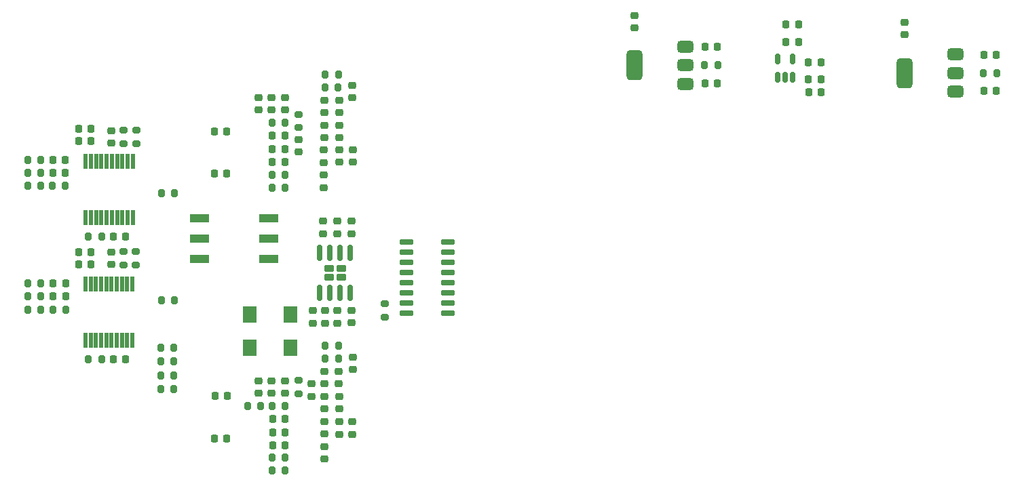
<source format=gbp>
G04 #@! TF.GenerationSoftware,KiCad,Pcbnew,8.0.7*
G04 #@! TF.CreationDate,2025-03-14T10:19:42+01:00*
G04 #@! TF.ProjectId,MISRC_v2.5,4d495352-435f-4763-922e-352e6b696361,3.0*
G04 #@! TF.SameCoordinates,Original*
G04 #@! TF.FileFunction,Paste,Bot*
G04 #@! TF.FilePolarity,Positive*
%FSLAX46Y46*%
G04 Gerber Fmt 4.6, Leading zero omitted, Abs format (unit mm)*
G04 Created by KiCad (PCBNEW 8.0.7) date 2025-03-14 10:19:42*
%MOMM*%
%LPD*%
G01*
G04 APERTURE LIST*
G04 Aperture macros list*
%AMRoundRect*
0 Rectangle with rounded corners*
0 $1 Rounding radius*
0 $2 $3 $4 $5 $6 $7 $8 $9 X,Y pos of 4 corners*
0 Add a 4 corners polygon primitive as box body*
4,1,4,$2,$3,$4,$5,$6,$7,$8,$9,$2,$3,0*
0 Add four circle primitives for the rounded corners*
1,1,$1+$1,$2,$3*
1,1,$1+$1,$4,$5*
1,1,$1+$1,$6,$7*
1,1,$1+$1,$8,$9*
0 Add four rect primitives between the rounded corners*
20,1,$1+$1,$2,$3,$4,$5,0*
20,1,$1+$1,$4,$5,$6,$7,0*
20,1,$1+$1,$6,$7,$8,$9,0*
20,1,$1+$1,$8,$9,$2,$3,0*%
G04 Aperture macros list end*
%ADD10RoundRect,0.225000X-0.225000X-0.250000X0.225000X-0.250000X0.225000X0.250000X-0.225000X0.250000X0*%
%ADD11RoundRect,0.225000X0.225000X0.250000X-0.225000X0.250000X-0.225000X-0.250000X0.225000X-0.250000X0*%
%ADD12RoundRect,0.225000X-0.250000X0.225000X-0.250000X-0.225000X0.250000X-0.225000X0.250000X0.225000X0*%
%ADD13RoundRect,0.225000X0.250000X-0.225000X0.250000X0.225000X-0.250000X0.225000X-0.250000X-0.225000X0*%
%ADD14RoundRect,0.200000X0.200000X0.275000X-0.200000X0.275000X-0.200000X-0.275000X0.200000X-0.275000X0*%
%ADD15RoundRect,0.200000X-0.200000X-0.275000X0.200000X-0.275000X0.200000X0.275000X-0.200000X0.275000X0*%
%ADD16R,1.800000X2.000000*%
%ADD17RoundRect,0.200000X-0.275000X0.200000X-0.275000X-0.200000X0.275000X-0.200000X0.275000X0.200000X0*%
%ADD18RoundRect,0.375000X0.625000X0.375000X-0.625000X0.375000X-0.625000X-0.375000X0.625000X-0.375000X0*%
%ADD19RoundRect,0.500000X0.500000X1.400000X-0.500000X1.400000X-0.500000X-1.400000X0.500000X-1.400000X0*%
%ADD20RoundRect,0.230000X0.375000X-0.230000X0.375000X0.230000X-0.375000X0.230000X-0.375000X-0.230000X0*%
%ADD21RoundRect,0.150000X0.150000X-0.825000X0.150000X0.825000X-0.150000X0.825000X-0.150000X-0.825000X0*%
%ADD22RoundRect,0.200000X0.275000X-0.200000X0.275000X0.200000X-0.275000X0.200000X-0.275000X-0.200000X0*%
%ADD23RoundRect,0.150000X0.150000X-0.512500X0.150000X0.512500X-0.150000X0.512500X-0.150000X-0.512500X0*%
%ADD24R,2.440000X1.120000*%
%ADD25RoundRect,0.150000X-0.725000X-0.150000X0.725000X-0.150000X0.725000X0.150000X-0.725000X0.150000X0*%
%ADD26RoundRect,0.028800X-0.211200X0.921200X-0.211200X-0.921200X0.211200X-0.921200X0.211200X0.921200X0*%
G04 APERTURE END LIST*
D10*
G04 #@! TO.C,C122*
X102075000Y-114700000D03*
X103625000Y-114700000D03*
G04 #@! TD*
D11*
G04 #@! TO.C,C240*
X90925000Y-110125000D03*
X89375000Y-110125000D03*
G04 #@! TD*
D12*
G04 #@! TO.C,C226*
X119225000Y-75900000D03*
X119225000Y-77450000D03*
G04 #@! TD*
D13*
G04 #@! TO.C,C319*
X110775000Y-114350000D03*
X110775000Y-112800000D03*
G04 #@! TD*
G04 #@! TO.C,C221*
X117600000Y-82425000D03*
X117600000Y-80875000D03*
G04 #@! TD*
D14*
G04 #@! TO.C,R235*
X83425000Y-88450000D03*
X81775000Y-88450000D03*
G04 #@! TD*
D10*
G04 #@! TO.C,C20*
X163230000Y-75675000D03*
X164780000Y-75675000D03*
G04 #@! TD*
D11*
G04 #@! TO.C,C230*
X86600000Y-82890000D03*
X85050000Y-82890000D03*
G04 #@! TD*
G04 #@! TO.C,C8*
X174875000Y-68316000D03*
X173325000Y-68316000D03*
G04 #@! TD*
D10*
G04 #@! TO.C,C231*
X81825000Y-85250000D03*
X83375000Y-85250000D03*
G04 #@! TD*
D15*
G04 #@! TO.C,R204*
X109175000Y-80550000D03*
X110825000Y-80550000D03*
G04 #@! TD*
D16*
G04 #@! TO.C,Y1*
X111465000Y-108700000D03*
X106385000Y-108700000D03*
X106385000Y-104500000D03*
X111465000Y-104500000D03*
G04 #@! TD*
D13*
G04 #@! TO.C,C22*
X115800000Y-105603000D03*
X115800000Y-104053000D03*
G04 #@! TD*
D15*
G04 #@! TO.C,R110*
X95300000Y-113825000D03*
X96950000Y-113825000D03*
G04 #@! TD*
D10*
G04 #@! TO.C,C21*
X198025000Y-76600000D03*
X199575000Y-76600000D03*
G04 #@! TD*
D15*
G04 #@! TO.C,R5*
X197975000Y-74350000D03*
X199625000Y-74350000D03*
G04 #@! TD*
D14*
G04 #@! TO.C,R126*
X117475000Y-108425000D03*
X115825000Y-108425000D03*
G04 #@! TD*
D12*
G04 #@! TO.C,C114*
X117525000Y-111650000D03*
X117525000Y-113200000D03*
G04 #@! TD*
D13*
G04 #@! TO.C,C216*
X107475000Y-78975000D03*
X107475000Y-77425000D03*
G04 #@! TD*
D14*
G04 #@! TO.C,R226*
X117475000Y-74550000D03*
X115825000Y-74550000D03*
G04 #@! TD*
D12*
G04 #@! TO.C,C225*
X115675000Y-83975000D03*
X115675000Y-85525000D03*
G04 #@! TD*
D11*
G04 #@! TO.C,C234*
X86600000Y-96700000D03*
X85050000Y-96700000D03*
G04 #@! TD*
D17*
G04 #@! TO.C,R240*
X92175000Y-96675000D03*
X92175000Y-98325000D03*
G04 #@! TD*
D12*
G04 #@! TO.C,C213*
X115700000Y-77775000D03*
X115700000Y-79325000D03*
G04 #@! TD*
D10*
G04 #@! TO.C,C7*
X176150000Y-76745000D03*
X177700000Y-76745000D03*
G04 #@! TD*
D18*
G04 #@! TO.C,Q2*
X194450000Y-72050000D03*
X194450000Y-74350000D03*
D19*
X188150000Y-74350000D03*
D18*
X194450000Y-76650000D03*
G04 #@! TD*
D10*
G04 #@! TO.C,C15*
X198025000Y-72070000D03*
X199575000Y-72070000D03*
G04 #@! TD*
D13*
G04 #@! TO.C,C112*
X117550000Y-119475000D03*
X117550000Y-117925000D03*
G04 #@! TD*
D17*
G04 #@! TO.C,R241*
X90650000Y-96675000D03*
X90650000Y-98325000D03*
G04 #@! TD*
D14*
G04 #@! TO.C,R108*
X96950000Y-112125000D03*
X95300000Y-112125000D03*
G04 #@! TD*
D11*
G04 #@! TO.C,C223*
X103550000Y-86900000D03*
X102000000Y-86900000D03*
G04 #@! TD*
D12*
G04 #@! TO.C,C214*
X117625000Y-77750000D03*
X117625000Y-79300000D03*
G04 #@! TD*
D20*
G04 #@! TO.C,U7*
X116313000Y-99872000D03*
X117813000Y-99872000D03*
X116313000Y-98732000D03*
X117813000Y-98732000D03*
D21*
X118968000Y-101777000D03*
X117698000Y-101777000D03*
X116428000Y-101777000D03*
X115158000Y-101777000D03*
X115158000Y-96827000D03*
X116428000Y-96827000D03*
X117698000Y-96827000D03*
X118968000Y-96827000D03*
G04 #@! TD*
D10*
G04 #@! TO.C,C232*
X81825000Y-86850000D03*
X83375000Y-86850000D03*
G04 #@! TD*
D13*
G04 #@! TO.C,C217*
X115700000Y-82425000D03*
X115700000Y-80875000D03*
G04 #@! TD*
D14*
G04 #@! TO.C,R106*
X96950000Y-110350000D03*
X95300000Y-110350000D03*
G04 #@! TD*
D10*
G04 #@! TO.C,C14*
X163225000Y-71100000D03*
X164775000Y-71100000D03*
G04 #@! TD*
D15*
G04 #@! TO.C,R238*
X78700000Y-100628141D03*
X80350000Y-100628141D03*
G04 #@! TD*
D13*
G04 #@! TO.C,C115*
X107475000Y-114350000D03*
X107475000Y-112800000D03*
G04 #@! TD*
D22*
G04 #@! TO.C,R223*
X112500000Y-81175000D03*
X112500000Y-79525000D03*
G04 #@! TD*
D11*
G04 #@! TO.C,C235*
X86600000Y-98250000D03*
X85050000Y-98250000D03*
G04 #@! TD*
D10*
G04 #@! TO.C,C238*
X81900000Y-102250000D03*
X83450000Y-102250000D03*
G04 #@! TD*
D15*
G04 #@! TO.C,R233*
X78700000Y-86850000D03*
X80350000Y-86850000D03*
G04 #@! TD*
G04 #@! TO.C,R232*
X78700000Y-85250000D03*
X80350000Y-85250000D03*
G04 #@! TD*
D13*
G04 #@! TO.C,C111*
X119175000Y-119475000D03*
X119175000Y-117925000D03*
G04 #@! TD*
D15*
G04 #@! TO.C,R311*
X109175000Y-88650000D03*
X110825000Y-88650000D03*
G04 #@! TD*
D13*
G04 #@! TO.C,C233*
X89125000Y-83100000D03*
X89125000Y-81550000D03*
G04 #@! TD*
D14*
G04 #@! TO.C,R224*
X117450000Y-76150000D03*
X115800000Y-76150000D03*
G04 #@! TD*
G04 #@! TO.C,R237*
X83500000Y-103900000D03*
X81850000Y-103900000D03*
G04 #@! TD*
D12*
G04 #@! TO.C,C224*
X115675000Y-87125000D03*
X115675000Y-88675000D03*
G04 #@! TD*
G04 #@! TO.C,C125*
X115750000Y-117900000D03*
X115750000Y-119450000D03*
G04 #@! TD*
G04 #@! TO.C,C241*
X114275000Y-104050000D03*
X114275000Y-105600000D03*
G04 #@! TD*
D14*
G04 #@! TO.C,R314*
X97015000Y-89360000D03*
X95365000Y-89360000D03*
G04 #@! TD*
G04 #@! TO.C,R312*
X97015000Y-102770000D03*
X95365000Y-102770000D03*
G04 #@! TD*
D11*
G04 #@! TO.C,C204*
X110778000Y-85500000D03*
X109228000Y-85500000D03*
G04 #@! TD*
D18*
G04 #@! TO.C,Q1*
X160750000Y-71100000D03*
X160750000Y-73400000D03*
D19*
X154450000Y-73400000D03*
D18*
X160750000Y-75700000D03*
G04 #@! TD*
D13*
G04 #@! TO.C,C116*
X109125000Y-114350000D03*
X109125000Y-112800000D03*
G04 #@! TD*
D11*
G04 #@! TO.C,C236*
X90925000Y-94750000D03*
X89375000Y-94750000D03*
G04 #@! TD*
D13*
G04 #@! TO.C,C211*
X119275000Y-85500000D03*
X119275000Y-83950000D03*
G04 #@! TD*
D15*
G04 #@! TO.C,R310*
X109200000Y-122425000D03*
X110850000Y-122425000D03*
G04 #@! TD*
D12*
G04 #@! TO.C,C113*
X115750000Y-111650000D03*
X115750000Y-113200000D03*
G04 #@! TD*
D17*
G04 #@! TO.C,R229*
X90675000Y-81500000D03*
X90675000Y-83150000D03*
G04 #@! TD*
D15*
G04 #@! TO.C,R239*
X78700000Y-102250000D03*
X80350000Y-102250000D03*
G04 #@! TD*
D14*
G04 #@! TO.C,R124*
X117467272Y-110000000D03*
X115817272Y-110000000D03*
G04 #@! TD*
D17*
G04 #@! TO.C,R227*
X92250000Y-81500000D03*
X92250000Y-83150000D03*
G04 #@! TD*
D13*
G04 #@! TO.C,C12*
X154425000Y-68700000D03*
X154425000Y-67150000D03*
G04 #@! TD*
D12*
G04 #@! TO.C,C126*
X119300000Y-109850000D03*
X119300000Y-111400000D03*
G04 #@! TD*
D15*
G04 #@! TO.C,R104*
X109200000Y-115950000D03*
X110850000Y-115950000D03*
G04 #@! TD*
D14*
G04 #@! TO.C,R107*
X96950000Y-108650000D03*
X95300000Y-108650000D03*
G04 #@! TD*
D13*
G04 #@! TO.C,C320*
X110800000Y-78975000D03*
X110800000Y-77425000D03*
G04 #@! TD*
G04 #@! TO.C,C220*
X112500000Y-84225000D03*
X112500000Y-82675000D03*
G04 #@! TD*
D12*
G04 #@! TO.C,C23*
X117350000Y-92875000D03*
X117350000Y-94425000D03*
G04 #@! TD*
D23*
G04 #@! TO.C,U6*
X174161000Y-74914500D03*
X173211000Y-74914500D03*
X172261000Y-74914500D03*
X172261000Y-72639500D03*
X174161000Y-72639500D03*
G04 #@! TD*
D11*
G04 #@! TO.C,C27*
X177686000Y-73005500D03*
X176136000Y-73005500D03*
G04 #@! TD*
D15*
G04 #@! TO.C,R4*
X163175000Y-73400000D03*
X164825000Y-73400000D03*
G04 #@! TD*
D11*
G04 #@! TO.C,C202*
X110800000Y-117575000D03*
X109250000Y-117575000D03*
G04 #@! TD*
D24*
G04 #@! TO.C,SW2*
X100160000Y-97550000D03*
X100160000Y-95010000D03*
X100160000Y-92470000D03*
X108770000Y-92470000D03*
X108770000Y-95010000D03*
X108770000Y-97550000D03*
G04 #@! TD*
D25*
G04 #@! TO.C,U1*
X125950000Y-104345000D03*
X125950000Y-103075000D03*
X125950000Y-101805000D03*
X125950000Y-100535000D03*
X125950000Y-99265000D03*
X125950000Y-97995000D03*
X125950000Y-96725000D03*
X125950000Y-95455000D03*
X131100000Y-95455000D03*
X131100000Y-96725000D03*
X131100000Y-97995000D03*
X131100000Y-99265000D03*
X131100000Y-100535000D03*
X131100000Y-101805000D03*
X131100000Y-103075000D03*
X131100000Y-104345000D03*
G04 #@! TD*
D13*
G04 #@! TO.C,C239*
X89125000Y-98275000D03*
X89125000Y-96725000D03*
G04 #@! TD*
D11*
G04 #@! TO.C,C104*
X110800000Y-120875000D03*
X109250000Y-120875000D03*
G04 #@! TD*
G04 #@! TO.C,C229*
X86600000Y-81310000D03*
X85050000Y-81310000D03*
G04 #@! TD*
D15*
G04 #@! TO.C,R230*
X86275000Y-94750000D03*
X87925000Y-94750000D03*
G04 #@! TD*
D10*
G04 #@! TO.C,C237*
X81900000Y-100625000D03*
X83450000Y-100625000D03*
G04 #@! TD*
D15*
G04 #@! TO.C,R243*
X86275000Y-110125000D03*
X87925000Y-110125000D03*
G04 #@! TD*
D22*
G04 #@! TO.C,R1*
X123300000Y-104825000D03*
X123300000Y-103175000D03*
G04 #@! TD*
D15*
G04 #@! TO.C,R205*
X109175000Y-87100000D03*
X110825000Y-87100000D03*
G04 #@! TD*
G04 #@! TO.C,R234*
X78700000Y-88450000D03*
X80350000Y-88450000D03*
G04 #@! TD*
G04 #@! TO.C,R6*
X109200000Y-124025000D03*
X110850000Y-124025000D03*
G04 #@! TD*
D11*
G04 #@! TO.C,C28*
X177686000Y-75164500D03*
X176136000Y-75164500D03*
G04 #@! TD*
D12*
G04 #@! TO.C,C32*
X119125000Y-92875000D03*
X119125000Y-94425000D03*
G04 #@! TD*
D26*
G04 #@! TO.C,U204*
X85925000Y-100750000D03*
X86575000Y-100750000D03*
X87225000Y-100750000D03*
X87875000Y-100750000D03*
X88525000Y-100750000D03*
X89175000Y-100750000D03*
X89825000Y-100750000D03*
X90475000Y-100750000D03*
X91125000Y-100750000D03*
X91775000Y-100750000D03*
X91775000Y-107760000D03*
X91125000Y-107760000D03*
X90475000Y-107760000D03*
X89825000Y-107760000D03*
X89175000Y-107760000D03*
X88525000Y-107760000D03*
X87875000Y-107760000D03*
X87225000Y-107760000D03*
X86575000Y-107760000D03*
X85925000Y-107760000D03*
G04 #@! TD*
D13*
G04 #@! TO.C,C212*
X117600000Y-85500000D03*
X117600000Y-83950000D03*
G04 #@! TD*
D15*
G04 #@! TO.C,R236*
X78700000Y-103900000D03*
X80350000Y-103900000D03*
G04 #@! TD*
D13*
G04 #@! TO.C,C120*
X114125000Y-114750000D03*
X114125000Y-113200000D03*
G04 #@! TD*
D11*
G04 #@! TO.C,C203*
X110775000Y-83875000D03*
X109225000Y-83875000D03*
G04 #@! TD*
D13*
G04 #@! TO.C,C13*
X188150000Y-69575000D03*
X188150000Y-68025000D03*
G04 #@! TD*
D11*
G04 #@! TO.C,C103*
X110800000Y-119250000D03*
X109250000Y-119250000D03*
G04 #@! TD*
D13*
G04 #@! TO.C,C215*
X109150000Y-78975000D03*
X109150000Y-77425000D03*
G04 #@! TD*
D11*
G04 #@! TO.C,C123*
X103525000Y-120000000D03*
X101975000Y-120000000D03*
G04 #@! TD*
D26*
G04 #@! TO.C,U203*
X85962000Y-85408000D03*
X86612000Y-85408000D03*
X87262000Y-85408000D03*
X87912000Y-85408000D03*
X88562000Y-85408000D03*
X89212000Y-85408000D03*
X89862000Y-85408000D03*
X90512000Y-85408000D03*
X91162000Y-85408000D03*
X91812000Y-85408000D03*
X91812000Y-92418000D03*
X91162000Y-92418000D03*
X90512000Y-92418000D03*
X89862000Y-92418000D03*
X89212000Y-92418000D03*
X88562000Y-92418000D03*
X87912000Y-92418000D03*
X87262000Y-92418000D03*
X86612000Y-92418000D03*
X85962000Y-92418000D03*
G04 #@! TD*
D10*
G04 #@! TO.C,C222*
X102025000Y-81700000D03*
X103575000Y-81700000D03*
G04 #@! TD*
D22*
G04 #@! TO.C,R123*
X112500000Y-114400000D03*
X112500000Y-112750000D03*
G04 #@! TD*
D12*
G04 #@! TO.C,C124*
X115750000Y-121050000D03*
X115750000Y-122600000D03*
G04 #@! TD*
D13*
G04 #@! TO.C,C121*
X117550000Y-116325000D03*
X117550000Y-114775000D03*
G04 #@! TD*
D12*
G04 #@! TO.C,C25*
X117350000Y-104050000D03*
X117350000Y-105600000D03*
G04 #@! TD*
D13*
G04 #@! TO.C,C210*
X115750000Y-116325000D03*
X115750000Y-114775000D03*
G04 #@! TD*
D11*
G04 #@! TO.C,C321*
X110775000Y-82200000D03*
X109225000Y-82200000D03*
G04 #@! TD*
D15*
G04 #@! TO.C,R105*
X106150000Y-115950000D03*
X107800000Y-115950000D03*
G04 #@! TD*
D11*
G04 #@! TO.C,C9*
X174875000Y-70475000D03*
X173325000Y-70475000D03*
G04 #@! TD*
D12*
G04 #@! TO.C,C26*
X119125000Y-104025000D03*
X119125000Y-105575000D03*
G04 #@! TD*
D13*
G04 #@! TO.C,C24*
X115551000Y-94427000D03*
X115551000Y-92877000D03*
G04 #@! TD*
M02*

</source>
